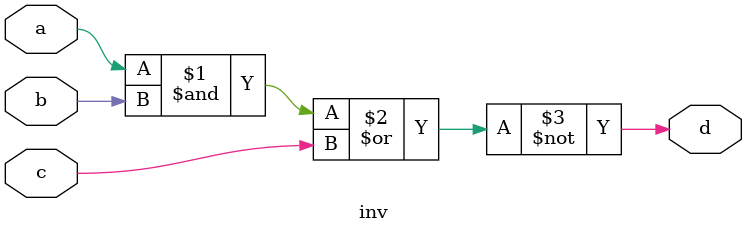
<source format=v>
`timescale 1ns / 1ps

module inv(a, b, c, d);
input a, b, c;
output d;

assign d = ~((a&b)|c);
endmodule

</source>
